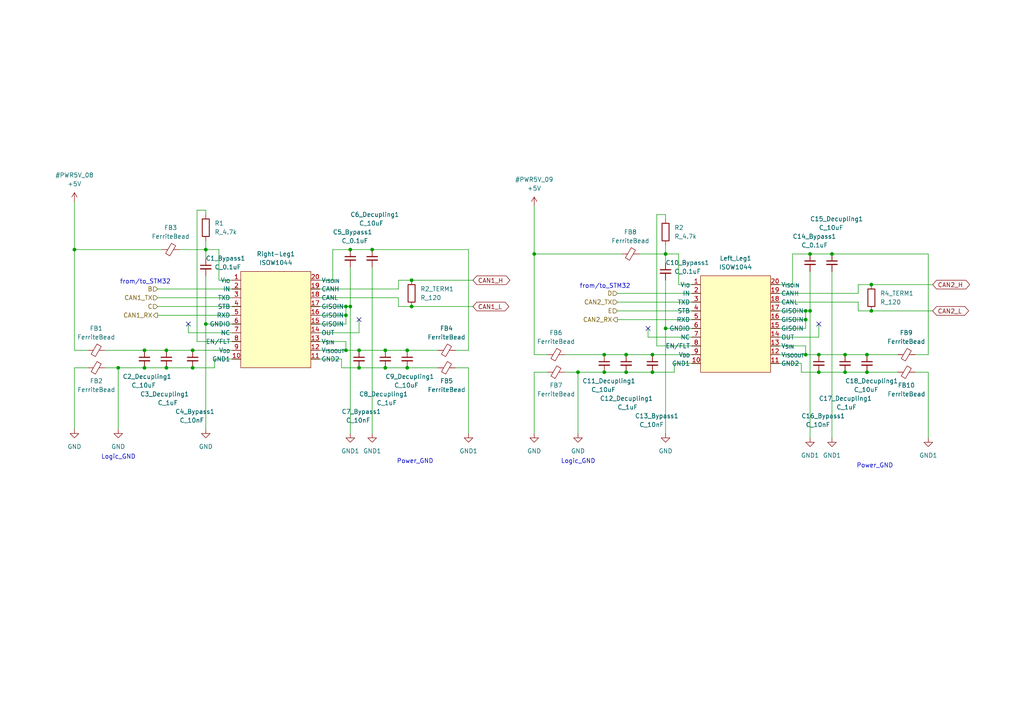
<source format=kicad_sch>
(kicad_sch (version 20211123) (generator eeschema)
  (paper "A4")
  (lib_symbols
    (symbol "Device:C_Small" (pin_numbers hide) (pin_names (offset 0.254) hide)
      (property "Reference" "C" (at 0.254 1.778 0))
      (property "Value" "C_Small" (at 0.254 -2.032 0))
      (symbol "C_Small_0_1"
        (polyline (pts (xy -1.524 -0.508) (xy 1.524 -0.508)) (stroke (width 0.3302)))
        (polyline (pts (xy -1.524 0.508) (xy 1.524 0.508)) (stroke (width 0.3048)))
      )
      (symbol "C_Small_1_1"
        (pin passive line (at 0 2.54 270) (length 2.032) (name "~") (number "1"))
        (pin passive line (at 0 -2.54 90) (length 2.032) (name "~") (number "2"))
      )
    )
    (symbol "Device:FerriteBead_Small" (pin_numbers hide) (pin_names (offset 0))
      (property "Reference" "FB" (at 1.905 1.27 0))
      (property "Value" "FerriteBead_Small" (at 1.905 -1.27 0))
      (symbol "FerriteBead_Small_0_1"
        (polyline (pts (xy 0 -1.27) (xy 0 -0.7874)))
        (polyline (pts (xy 0 0.889) (xy 0 1.2954)))
        (polyline (pts (xy -1.8288 0.2794) (xy -1.1176 1.4986) (xy 1.8288 -0.2032) (xy 1.1176 -1.4224) (xy -1.8288 0.2794)))
      )
      (symbol "FerriteBead_Small_1_1"
        (pin passive line (at 0 2.54 270) (length 1.27) (name "~") (number "1"))
        (pin passive line (at 0 -2.54 90) (length 1.27) (name "~") (number "2"))
      )
    )
    (symbol "Device:R" (pin_numbers hide) (pin_names (offset 0))
      (property "Reference" "R" (at 2.032 0 90))
      (property "Value" "R" (at 0 0 90))
      (symbol "R_0_1"
        (rectangle (start -1.016 -2.54) (end 1.016 2.54) (stroke (width 0.254)))
      )
      (symbol "R_1_1"
        (pin passive line (at 0 3.81 270) (length 1.27) (name "~") (number "1"))
        (pin passive line (at 0 -3.81 90) (length 1.27) (name "~") (number "2"))
      )
    )
    (symbol "ISOW1044_1"
      (property "Reference" "Right-Leg" (at 0 7.62 0))
      (property "Value" "ISOW1044" (at 0 5.08 0))
      (symbol "ISOW1044_1_0_1"
        (rectangle (start -10.16 2.54) (end 10.16 -25.4) (fill (type background)))
        (rectangle (start 2.54 2.54) (end 2.54 2.54))
      )
      (symbol "ISOW1044_1_1_1"
        (pin power_in line (at -10.16 0 180) (length 2.54) (name "V_{IO}") (number "1"))
        (pin power_in line (at -10.16 -22.86 180) (length 2.54) (name "GND1") (number "10"))
        (pin power_in line (at 10.16 -22.86 0) (length 2.54) (name "GND2") (number "11"))
        (pin power_out line (at 10.16 -20.32 0) (length 2.54) (name "V_{ISOOUT}") (number "12"))
        (pin input line (at 10.16 -17.78 0) (length 2.54) (name "V_{SIN}") (number "13"))
        (pin output line (at 10.16 -15.24 0) (length 2.54) (name "OUT") (number "14"))
        (pin unspecified line (at 10.16 -12.7 0) (length 2.54) (name "GISOIN") (number "15"))
        (pin unspecified line (at 10.16 -10.16 0) (length 2.54) (name "GISOIN") (number "16"))
        (pin unspecified line (at 10.16 -7.62 0) (length 2.54) (name "GISOIN") (number "17"))
        (pin bidirectional line (at 10.16 -5.08 0) (length 2.54) (name "CANL") (number "18"))
        (pin bidirectional line (at 10.16 -2.54 0) (length 2.54) (name "CANH") (number "19"))
        (pin input line (at -10.16 -2.54 180) (length 2.54) (name "IN") (number "2"))
        (pin bidirectional line (at 10.16 0 0) (length 2.54) (name "V_{ISOIN}") (number "20"))
        (pin input line (at -10.16 -5.08 180) (length 2.54) (name "TXD") (number "3"))
        (pin input line (at -10.16 -7.62 180) (length 2.54) (name "STB") (number "4"))
        (pin output line (at -10.16 -10.16 180) (length 2.54) (name "RXD") (number "5"))
        (pin power_in line (at -10.16 -12.7 180) (length 2.54) (name "GNDIO") (number "6"))
        (pin free line (at -10.16 -15.24 180) (length 2.54) (name "NC") (number "7"))
        (pin bidirectional line (at -10.16 -17.78 180) (length 2.54) (name "EN/FLT") (number "8"))
        (pin power_in line (at -10.16 -20.32 180) (length 2.54) (name "V_{DD}") (number "9"))
      )
    )
    (symbol "power:+5V" (power) (pin_names (offset 0))
      (property "Value" "+5V" (at 0 3.556 0))
      (symbol "+5V_0_1"
        (polyline (pts (xy -0.762 1.27) (xy 0 2.54)))
        (polyline (pts (xy 0 0) (xy 0 2.54)))
        (polyline (pts (xy 0 2.54) (xy 0.762 1.27)))
      )
      (symbol "+5V_1_1"
        (pin power_in line (at 0 0 90) (length 0) hide (name "+5V") (number "1"))
      )
    )
    (symbol "power:GND" (power) (pin_names (offset 0))
      (property "Value" "GND" (at 0 -3.81 0))
      (symbol "GND_0_1"
        (polyline (pts (xy 0 0) (xy 0 -1.27) (xy 1.27 -1.27) (xy 0 -2.54) (xy -1.27 -1.27) (xy 0 -1.27)))
      )
      (symbol "GND_1_1"
        (pin power_in line (at 0 0 270) (length 0) hide (name "GND") (number "1"))
      )
    )
    (symbol "power:GND1" (power) (pin_names (offset 0))
      (property "Value" "GND1" (at 0 -3.81 0))
      (symbol "GND1_0_1"
        (polyline (pts (xy 0 0) (xy 0 -1.27) (xy 1.27 -1.27) (xy 0 -2.54) (xy -1.27 -1.27) (xy 0 -1.27)))
      )
      (symbol "GND1_1_1"
        (pin power_in line (at 0 0 270) (length 0) hide (name "GND1") (number "1"))
      )
    )
  )
  (junction (at 189.23 102.87))
  (junction (at 100.33 101.6))
  (junction (at 167.64 107.95))
  (junction (at 100.33 91.44))
  (junction (at 21.59 72.39))
  (junction (at 107.95 72.39))
  (junction (at 245.11 107.95))
  (junction (at 251.46 107.95))
  (junction (at 119.38 88.9))
  (junction (at 252.73 90.17))
  (junction (at 234.95 90.17))
  (junction (at 111.76 101.6))
  (junction (at 233.68 92.71))
  (junction (at 41.91 101.6))
  (junction (at 251.46 102.87))
  (junction (at 55.88 101.6))
  (junction (at 118.11 101.6))
  (junction (at 48.26 101.6))
  (junction (at 48.26 106.68))
  (junction (at 154.94 73.66))
  (junction (at 181.61 102.87))
  (junction (at 234.95 73.66))
  (junction (at 245.11 102.87))
  (junction (at 101.6 88.9))
  (junction (at 104.14 101.6))
  (junction (at 59.69 93.98))
  (junction (at 241.3 73.66))
  (junction (at 233.68 90.17))
  (junction (at 119.38 81.28))
  (junction (at 104.14 106.68))
  (junction (at 233.68 102.87))
  (junction (at 175.26 102.87))
  (junction (at 193.04 73.66))
  (junction (at 118.11 106.68))
  (junction (at 193.04 95.25))
  (junction (at 189.23 107.95))
  (junction (at 252.73 82.55))
  (junction (at 100.33 88.9))
  (junction (at 55.88 106.68))
  (junction (at 237.49 107.95))
  (junction (at 101.6 72.39))
  (junction (at 111.76 106.68))
  (junction (at 237.49 102.87))
  (junction (at 175.26 107.95))
  (junction (at 181.61 107.95))
  (junction (at 59.69 72.39))
  (junction (at 41.91 106.68))
  (junction (at 34.29 106.68))
  (no_connect (at 104.14 92.71))
  (no_connect (at 237.49 93.98))
  (no_connect (at 54.61 93.98))
  (no_connect (at 187.96 95.25))
  (wire (pts (xy 229.87 82.55) (xy 229.87 73.66)))
  (wire (pts (xy 223.52 85.09) (xy 248.92 85.09)))
  (wire (pts (xy 52.07 72.39) (xy 59.69 72.39)))
  (wire (pts (xy 104.14 92.71) (xy 104.14 96.52)))
  (wire (pts (xy 252.73 82.55) (xy 270.51 82.55)))
  (wire (pts (xy 101.6 72.39) (xy 107.95 72.39)))
  (wire (pts (xy 181.61 102.87) (xy 189.23 102.87)))
  (wire (pts (xy 193.04 73.66) (xy 193.04 76.2)))
  (wire (pts (xy 269.24 102.87) (xy 269.24 73.66)))
  (wire (pts (xy 119.38 88.9) (xy 115.57 88.9)))
  (wire (pts (xy 241.3 78.74) (xy 241.3 127)))
  (wire (pts (xy 175.26 107.95) (xy 181.61 107.95)))
  (wire (pts (xy 223.52 97.79) (xy 237.49 97.79)))
  (wire (pts (xy 158.75 107.95) (xy 154.94 107.95)))
  (wire (pts (xy 59.69 60.96) (xy 59.69 62.23)))
  (wire (pts (xy 25.4 101.6) (xy 21.59 101.6)))
  (wire (pts (xy 59.69 72.39) (xy 59.69 74.93)))
  (wire (pts (xy 107.95 77.47) (xy 107.95 125.73)))
  (wire (pts (xy 54.61 93.98) (xy 54.61 96.52)))
  (wire (pts (xy 181.61 107.95) (xy 189.23 107.95)))
  (wire (pts (xy 99.06 106.68) (xy 104.14 106.68)))
  (wire (pts (xy 185.42 73.66) (xy 193.04 73.66)))
  (wire (pts (xy 232.41 105.41) (xy 232.41 107.95)))
  (wire (pts (xy 111.76 106.68) (xy 118.11 106.68)))
  (wire (pts (xy 90.17 96.52) (xy 104.14 96.52)))
  (wire (pts (xy 233.68 102.87) (xy 237.49 102.87)))
  (wire (pts (xy 269.24 107.95) (xy 269.24 127)))
  (wire (pts (xy 63.5 72.39) (xy 63.5 81.28)))
  (wire (pts (xy 59.69 80.01) (xy 59.69 93.98)))
  (wire (pts (xy 193.04 71.12) (xy 193.04 73.66)))
  (wire (pts (xy 234.95 90.17) (xy 234.95 127)))
  (wire (pts (xy 90.17 91.44) (xy 100.33 91.44)))
  (wire (pts (xy 175.26 102.87) (xy 181.61 102.87)))
  (wire (pts (xy 193.04 62.23) (xy 193.04 63.5)))
  (wire (pts (xy 57.15 60.96) (xy 59.69 60.96)))
  (wire (pts (xy 41.91 106.68) (xy 48.26 106.68)))
  (wire (pts (xy 115.57 88.9) (xy 115.57 86.36)))
  (wire (pts (xy 237.49 102.87) (xy 245.11 102.87)))
  (wire (pts (xy 190.5 100.33) (xy 190.5 62.23)))
  (wire (pts (xy 118.11 106.68) (xy 127 106.68)))
  (wire (pts (xy 25.4 106.68) (xy 21.59 106.68)))
  (wire (pts (xy 203.2 100.33) (xy 190.5 100.33)))
  (wire (pts (xy 63.5 81.28) (xy 69.85 81.28)))
  (wire (pts (xy 59.69 93.98) (xy 59.69 124.46)))
  (wire (pts (xy 59.69 69.85) (xy 59.69 72.39)))
  (wire (pts (xy 69.85 99.06) (xy 57.15 99.06)))
  (wire (pts (xy 45.72 83.82) (xy 69.85 83.82)))
  (wire (pts (xy 223.52 100.33) (xy 233.68 100.33)))
  (wire (pts (xy 135.89 72.39) (xy 107.95 72.39)))
  (wire (pts (xy 135.89 101.6) (xy 135.89 72.39)))
  (wire (pts (xy 179.07 85.09) (xy 203.2 85.09)))
  (wire (pts (xy 48.26 101.6) (xy 55.88 101.6)))
  (wire (pts (xy 118.11 101.6) (xy 127 101.6)))
  (wire (pts (xy 57.15 99.06) (xy 57.15 60.96)))
  (wire (pts (xy 203.2 102.87) (xy 189.23 102.87)))
  (wire (pts (xy 100.33 93.98) (xy 100.33 91.44)))
  (wire (pts (xy 179.07 92.71) (xy 203.2 92.71)))
  (wire (pts (xy 234.95 73.66) (xy 241.3 73.66)))
  (wire (pts (xy 234.95 78.74) (xy 234.95 90.17)))
  (wire (pts (xy 252.73 90.17) (xy 270.51 90.17)))
  (wire (pts (xy 90.17 88.9) (xy 100.33 88.9)))
  (wire (pts (xy 154.94 107.95) (xy 154.94 125.73)))
  (wire (pts (xy 265.43 102.87) (xy 269.24 102.87)))
  (wire (pts (xy 90.17 81.28) (xy 96.52 81.28)))
  (wire (pts (xy 223.52 92.71) (xy 233.68 92.71)))
  (wire (pts (xy 21.59 58.42) (xy 21.59 72.39)))
  (wire (pts (xy 21.59 72.39) (xy 46.99 72.39)))
  (wire (pts (xy 196.85 82.55) (xy 203.2 82.55)))
  (wire (pts (xy 45.72 91.44) (xy 69.85 91.44)))
  (wire (pts (xy 163.83 102.87) (xy 175.26 102.87)))
  (wire (pts (xy 248.92 90.17) (xy 248.92 87.63)))
  (wire (pts (xy 187.96 95.25) (xy 187.96 97.79)))
  (wire (pts (xy 223.52 105.41) (xy 232.41 105.41)))
  (wire (pts (xy 21.59 72.39) (xy 21.59 101.6)))
  (wire (pts (xy 196.85 73.66) (xy 196.85 82.55)))
  (wire (pts (xy 245.11 107.95) (xy 251.46 107.95)))
  (wire (pts (xy 62.23 104.14) (xy 62.23 106.68)))
  (wire (pts (xy 223.52 90.17) (xy 233.68 90.17)))
  (wire (pts (xy 223.52 102.87) (xy 233.68 102.87)))
  (wire (pts (xy 100.33 91.44) (xy 100.33 88.9)))
  (wire (pts (xy 179.07 87.63) (xy 203.2 87.63)))
  (wire (pts (xy 96.52 81.28) (xy 96.52 72.39)))
  (wire (pts (xy 269.24 73.66) (xy 241.3 73.66)))
  (wire (pts (xy 233.68 95.25) (xy 233.68 92.71)))
  (wire (pts (xy 248.92 85.09) (xy 248.92 82.55)))
  (wire (pts (xy 193.04 95.25) (xy 193.04 125.73)))
  (wire (pts (xy 245.11 102.87) (xy 251.46 102.87)))
  (wire (pts (xy 119.38 88.9) (xy 137.16 88.9)))
  (wire (pts (xy 21.59 106.68) (xy 21.59 124.46)))
  (wire (pts (xy 252.73 90.17) (xy 248.92 90.17)))
  (wire (pts (xy 59.69 72.39) (xy 63.5 72.39)))
  (wire (pts (xy 34.29 106.68) (xy 34.29 124.46)))
  (wire (pts (xy 100.33 88.9) (xy 101.6 88.9)))
  (wire (pts (xy 99.06 104.14) (xy 99.06 106.68)))
  (wire (pts (xy 69.85 101.6) (xy 55.88 101.6)))
  (wire (pts (xy 195.58 107.95) (xy 189.23 107.95)))
  (wire (pts (xy 34.29 106.68) (xy 41.91 106.68)))
  (wire (pts (xy 111.76 101.6) (xy 118.11 101.6)))
  (wire (pts (xy 69.85 104.14) (xy 62.23 104.14)))
  (wire (pts (xy 203.2 105.41) (xy 195.58 105.41)))
  (wire (pts (xy 203.2 97.79) (xy 187.96 97.79)))
  (wire (pts (xy 195.58 105.41) (xy 195.58 107.95)))
  (wire (pts (xy 154.94 73.66) (xy 154.94 102.87)))
  (wire (pts (xy 179.07 90.17) (xy 203.2 90.17)))
  (wire (pts (xy 158.75 102.87) (xy 154.94 102.87)))
  (wire (pts (xy 101.6 77.47) (xy 101.6 88.9)))
  (wire (pts (xy 223.52 82.55) (xy 229.87 82.55)))
  (wire (pts (xy 232.41 107.95) (xy 237.49 107.95)))
  (wire (pts (xy 135.89 106.68) (xy 135.89 125.73)))
  (wire (pts (xy 193.04 95.25) (xy 203.2 95.25)))
  (wire (pts (xy 30.48 101.6) (xy 41.91 101.6)))
  (wire (pts (xy 233.68 92.71) (xy 233.68 90.17)))
  (wire (pts (xy 62.23 106.68) (xy 55.88 106.68)))
  (wire (pts (xy 190.5 62.23) (xy 193.04 62.23)))
  (wire (pts (xy 251.46 107.95) (xy 260.35 107.95)))
  (wire (pts (xy 167.64 107.95) (xy 175.26 107.95)))
  (wire (pts (xy 193.04 73.66) (xy 196.85 73.66)))
  (wire (pts (xy 154.94 59.69) (xy 154.94 73.66)))
  (wire (pts (xy 59.69 93.98) (xy 69.85 93.98)))
  (wire (pts (xy 90.17 101.6) (xy 100.33 101.6)))
  (wire (pts (xy 41.91 101.6) (xy 48.26 101.6)))
  (wire (pts (xy 90.17 93.98) (xy 100.33 93.98)))
  (wire (pts (xy 233.68 90.17) (xy 234.95 90.17)))
  (wire (pts (xy 90.17 99.06) (xy 100.33 99.06)))
  (wire (pts (xy 135.89 106.68) (xy 132.08 106.68)))
  (wire (pts (xy 30.48 106.68) (xy 34.29 106.68)))
  (wire (pts (xy 90.17 83.82) (xy 115.57 83.82)))
  (wire (pts (xy 100.33 99.06) (xy 100.33 101.6)))
  (wire (pts (xy 69.85 96.52) (xy 54.61 96.52)))
  (wire (pts (xy 237.49 93.98) (xy 237.49 97.79)))
  (wire (pts (xy 45.72 86.36) (xy 69.85 86.36)))
  (wire (pts (xy 90.17 104.14) (xy 99.06 104.14)))
  (wire (pts (xy 251.46 102.87) (xy 260.35 102.87)))
  (wire (pts (xy 90.17 86.36) (xy 115.57 86.36)))
  (wire (pts (xy 101.6 88.9) (xy 101.6 125.73)))
  (wire (pts (xy 154.94 73.66) (xy 180.34 73.66)))
  (wire (pts (xy 115.57 81.28) (xy 119.38 81.28)))
  (wire (pts (xy 233.68 100.33) (xy 233.68 102.87)))
  (wire (pts (xy 100.33 101.6) (xy 104.14 101.6)))
  (wire (pts (xy 229.87 73.66) (xy 234.95 73.66)))
  (wire (pts (xy 237.49 107.95) (xy 245.11 107.95)))
  (wire (pts (xy 132.08 101.6) (xy 135.89 101.6)))
  (wire (pts (xy 163.83 107.95) (xy 167.64 107.95)))
  (wire (pts (xy 193.04 81.28) (xy 193.04 95.25)))
  (wire (pts (xy 115.57 83.82) (xy 115.57 81.28)))
  (wire (pts (xy 45.72 88.9) (xy 69.85 88.9)))
  (wire (pts (xy 48.26 106.68) (xy 55.88 106.68)))
  (wire (pts (xy 104.14 106.68) (xy 111.76 106.68)))
  (wire (pts (xy 269.24 107.95) (xy 265.43 107.95)))
  (wire (pts (xy 223.52 87.63) (xy 248.92 87.63)))
  (wire (pts (xy 223.52 95.25) (xy 233.68 95.25)))
  (wire (pts (xy 96.52 72.39) (xy 101.6 72.39)))
  (wire (pts (xy 104.14 101.6) (xy 111.76 101.6)))
  (wire (pts (xy 248.92 82.55) (xy 252.73 82.55)))
  (wire (pts (xy 119.38 81.28) (xy 137.16 81.28)))
  (wire (pts (xy 167.64 107.95) (xy 167.64 125.73)))
  (text "from/to_STM32" (at 182.88 83.82 180) (effects (font (size 1.27 1.27)) (justify right bottom)))
  (text "Logic_GND" (at 172.72 134.62 180) (effects (font (size 1.27 1.27)) (justify right bottom)))
  (text "from/to_STM32" (at 49.53 82.55 180) (effects (font (size 1.27 1.27)) (justify right bottom)))
  (text "Logic_GND" (at 39.37 133.35 180) (effects (font (size 1.27 1.27)) (justify right bottom)))
  (text "Power_GND" (at 125.73 134.62 180) (effects (font (size 1.27 1.27)) (justify right bottom)))
  (text "Power_GND" (at 259.08 135.89 180) (effects (font (size 1.27 1.27)) (justify right bottom)))
  (global_label "CAN1_H" (shape bidirectional) (at 137.16 81.28 0) (property "Intersheet References" "${INTERSHEET_REFS}" (effects hide)))
  (global_label "CAN2_H" (shape bidirectional) (at 270.51 82.55 0) (property "Intersheet References" "${INTERSHEET_REFS}" (effects hide)))
  (global_label "CAN1_L" (shape bidirectional) (at 137.16 88.9 0) (property "Intersheet References" "${INTERSHEET_REFS}" (effects hide)))
  (global_label "CAN2_L" (shape bidirectional) (at 270.51 90.17 0) (property "Intersheet References" "${INTERSHEET_REFS}" (effects hide)))
  (hierarchical_label "CAN2_TX" (shape input) (at 179.07 87.63 180))
  (hierarchical_label "D" (shape input) (at 179.07 85.09 180))
  (hierarchical_label "CAN2_RX" (shape output) (at 179.07 92.71 180))
  (hierarchical_label "B" (shape input) (at 45.72 83.82 180))
  (hierarchical_label "CAN1_RX" (shape output) (at 45.72 91.44 180))
  (hierarchical_label "E" (shape input) (at 179.07 90.17 180))
  (hierarchical_label "C" (shape input) (at 45.72 88.9 180))
  (hierarchical_label "CAN1_TX" (shape input) (at 45.72 86.36 180))
  (symbol (lib_id "power:GND") (at 193.04 125.73 0) (unit 1)
    (property "Reference" "#PWR020" (effects hide))
    (property "Value" "GND" (at 193.04 130.81 0))
  )
  (symbol (lib_id "Device:C_Small") (at 245.11 105.41 0) (unit 1)
    (property "Reference" "C17_Decupling1" (at 237.49 115.57 0) (effects (justify left)))
    (property "Value" "C_1uF" (at 242.57 118.11 0) (effects (justify left)))
    (property "Footprint" "CAN_Pheripheral:GRM188B31H105KAAL" (effects hide))
  )
  (symbol (lib_id "Device:C_Small") (at 237.49 105.41 0) (unit 1)
    (property "Reference" "C16_Bypass1" (at 232.41 120.65 0) (effects (justify left)))
    (property "Value" "C_10nF" (at 233.68 123.19 0) (effects (justify left)))
    (property "Footprint" "CAN_Pheripheral:GRM188B11H103KA01" (effects hide))
  )
  (symbol (lib_id "Device:C_Small") (at 59.69 77.47 0) (unit 1)
    (property "Reference" "C1_Bypass1" (at 59.69 74.93 0) (effects (justify left)))
    (property "Value" "C_0.1uF" (at 62.23 77.47 0) (effects (justify left)))
    (property "Footprint" "CAN_Pheripheral:GRM188F11H104ZA01" (effects hide))
  )
  (symbol (lib_id "Device:R") (at 193.04 67.31 0) (unit 1)
    (property "Reference" "R2" (at 195.58 66.0399 0) (effects (justify left)))
    (property "Value" "R_4.7k" (at 195.58 68.5799 0) (effects (justify left)))
    (property "Footprint" "CAN_Pheripheral:RK73B2ATTD472J" (effects hide))
  )
  (symbol (lib_id "power:GND") (at 154.94 125.73 0) (unit 1)
    (property "Reference" "#PWR018" (effects hide))
    (property "Value" "GND" (at 154.94 130.81 0))
  )
  (symbol (lib_id "power:GND") (at 59.69 124.46 0) (unit 1)
    (property "Reference" "#PWR014" (effects hide))
    (property "Value" "GND" (at 59.69 129.54 0))
  )
  (symbol (lib_id "Device:C_Small") (at 101.6 74.93 0) (unit 1)
    (property "Reference" "C5_Bypass1" (at 96.52 67.31 0) (effects (justify left)))
    (property "Value" "C_0.1uF" (at 99.06 69.85 0) (effects (justify left)))
    (property "Footprint" "CAN_Pheripheral:GRM188F11H104ZA01" (effects hide))
  )
  (symbol (lib_id "power:+5V") (at 154.94 59.69 0) (unit 1)
    (property "Reference" "#PWR5V_09" (at 154.94 52.07 0))
    (property "Value" "+5V" (at 154.94 54.61 0))
  )
  (symbol (lib_id "Device:C_Small") (at 189.23 105.41 0) (unit 1)
    (property "Reference" "C13_Bypass1" (at 184.15 120.65 0) (effects (justify left)))
    (property "Value" "C_10nF" (at 185.42 123.19 0) (effects (justify left)))
    (property "Footprint" "CAN_Pheripheral:GRM188B11H103KA01" (effects hide))
  )
  (symbol (lib_id "power:GND1") (at 135.89 125.73 0) (unit 1)
    (property "Reference" "#PWR017" (effects hide))
    (property "Value" "GND1" (at 135.89 130.81 0))
  )
  (symbol (lib_id "Device:C_Small") (at 193.04 78.74 0) (unit 1)
    (property "Reference" "C10_Bypass1" (at 193.04 76.2 0) (effects (justify left)))
    (property "Value" "C_0.1uF" (at 195.58 78.74 0) (effects (justify left)))
    (property "Footprint" "CAN_Pheripheral:GRM188F11H104ZA01" (effects hide))
  )
  (symbol (lib_id "Device:FerriteBead_Small") (at 129.54 106.68 90) (unit 1)
    (property "Reference" "FB5" (at 129.54 110.49 90))
    (property "Value" "FerriteBead" (at 129.54 113.03 90))
    (property "Footprint" "CAN_Pheripheral:BLM21PG331SN" (effects hide))
  )
  (symbol (lib_name "ISOW1044_1") (lib_id "CAN_Transceiver:ISOW1044") (at 213.36 82.55 0) (unit 1)
    (property "Reference" "Left_Leg1" (at 213.36 74.93 0))
    (property "Value" "ISOW1044" (at 213.36 77.47 0))
    (property "Footprint" "CAN_Transceiver:ISOW1044BDFMR" (effects hide))
  )
  (symbol (lib_id "Device:FerriteBead_Small") (at 27.94 106.68 90) (unit 1)
    (property "Reference" "FB2" (at 27.94 110.49 90))
    (property "Value" "FerriteBead" (at 27.94 113.03 90))
    (property "Footprint" "CAN_Pheripheral:BLM21PG331SN" (effects hide))
  )
  (symbol (lib_id "power:GND1") (at 101.6 125.73 0) (unit 1)
    (property "Reference" "#PWR015" (effects hide))
    (property "Value" "GND1" (at 101.6 130.81 0))
  )
  (symbol (lib_id "power:GND") (at 21.59 124.46 0) (unit 1)
    (property "Reference" "#PWR012" (effects hide))
    (property "Value" "GND" (at 21.59 129.54 0))
  )
  (symbol (lib_id "Device:FerriteBead_Small") (at 161.29 102.87 90) (unit 1)
    (property "Reference" "FB6" (at 161.2519 96.52 90))
    (property "Value" "FerriteBead" (at 161.2519 99.06 90))
    (property "Footprint" "CAN_Pheripheral:BLM21PG331SN" (effects hide))
  )
  (symbol (lib_id "Device:C_Small") (at 181.61 105.41 0) (unit 1)
    (property "Reference" "C12_Decupling1" (at 173.99 115.57 0) (effects (justify left)))
    (property "Value" "C_1uF" (at 179.07 118.11 0) (effects (justify left)))
    (property "Footprint" "CAN_Pheripheral:GRM188B31H105KAAL" (effects hide))
  )
  (symbol (lib_id "Device:R") (at 119.38 85.09 0) (unit 1)
    (property "Reference" "R2_TERM1" (at 121.92 83.8199 0) (effects (justify left)))
    (property "Value" "R_120" (at 121.92 86.3599 0) (effects (justify left)))
    (property "Footprint" "CAN_Pheripheral:RK73B2ATTD121J" (effects hide))
  )
  (symbol (lib_id "Device:R") (at 252.73 86.36 0) (unit 1)
    (property "Reference" "R4_TERM1" (at 255.27 85.0899 0) (effects (justify left)))
    (property "Value" "R_120" (at 255.27 87.6299 0) (effects (justify left)))
    (property "Footprint" "CAN_Pheripheral:RK73B2ATTD121J" (effects hide))
  )
  (symbol (lib_id "Device:FerriteBead_Small") (at 262.89 107.95 90) (unit 1)
    (property "Reference" "FB10" (at 262.89 111.76 90))
    (property "Value" "FerriteBead" (at 262.89 114.3 90))
    (property "Footprint" "CAN_Pheripheral:BLM21PG331SN" (effects hide))
  )
  (symbol (lib_id "Device:FerriteBead_Small") (at 27.94 101.6 90) (unit 1)
    (property "Reference" "FB1" (at 27.9019 95.25 90))
    (property "Value" "FerriteBead" (at 27.9019 97.79 90))
    (property "Footprint" "CAN_Pheripheral:BLM21PG331SN" (effects hide))
  )
  (symbol (lib_id "Device:C_Small") (at 107.95 74.93 0) (unit 1)
    (property "Reference" "C6_Decupling1" (at 101.6 62.23 0) (effects (justify left)))
    (property "Value" "C_10uF" (at 104.14 64.77 0) (effects (justify left)))
    (property "Footprint" "CAN_Pheripheral:GRM188R6YA106MA73" (effects hide))
  )
  (symbol (lib_id "power:GND1") (at 107.95 125.73 0) (unit 1)
    (property "Reference" "#PWR016" (effects hide))
    (property "Value" "GND1" (at 107.95 130.81 0))
  )
  (symbol (lib_id "Device:C_Small") (at 251.46 105.41 0) (unit 1)
    (property "Reference" "C18_Decupling1" (at 245.11 110.49 0) (effects (justify left)))
    (property "Value" "C_10uF" (at 247.65 113.03 0) (effects (justify left)))
    (property "Footprint" "CAN_Pheripheral:GRM188R6YA106MA73" (effects hide))
  )
  (symbol (lib_id "Device:C_Small") (at 48.26 104.14 0) (unit 1)
    (property "Reference" "C3_Decupling1" (at 40.64 114.3 0) (effects (justify left)))
    (property "Value" "C_1uF" (at 45.72 116.84 0) (effects (justify left)))
    (property "Footprint" "CAN_Pheripheral:GRM188B31H105KAAL" (effects hide))
  )
  (symbol (lib_id "Device:C_Small") (at 104.14 104.14 0) (unit 1)
    (property "Reference" "C7_Bypass1" (at 99.06 119.38 0) (effects (justify left)))
    (property "Value" "C_10nF" (at 100.33 121.92 0) (effects (justify left)))
    (property "Footprint" "CAN_Pheripheral:GRM188B11H103KA01" (effects hide))
  )
  (symbol (lib_id "power:GND1") (at 241.3 127 0) (unit 1)
    (property "Reference" "#PWR022" (effects hide))
    (property "Value" "GND1" (at 241.3 132.08 0))
  )
  (symbol (lib_id "Device:FerriteBead_Small") (at 262.89 102.87 90) (unit 1)
    (property "Reference" "FB9" (at 262.8519 96.52 90))
    (property "Value" "FerriteBead" (at 262.8519 99.06 90))
    (property "Footprint" "CAN_Pheripheral:BLM21PG331SN" (effects hide))
  )
  (symbol (lib_id "Device:C_Small") (at 111.76 104.14 0) (unit 1)
    (property "Reference" "C8_Decupling1" (at 104.14 114.3 0) (effects (justify left)))
    (property "Value" "C_1uF" (at 109.22 116.84 0) (effects (justify left)))
    (property "Footprint" "CAN_Pheripheral:GRM188B31H105KAAL" (effects hide))
  )
  (symbol (lib_id "power:GND") (at 34.29 124.46 0) (unit 1)
    (property "Reference" "#PWR013" (effects hide))
    (property "Value" "GND" (at 34.29 129.54 0))
  )
  (symbol (lib_id "Device:C_Small") (at 55.88 104.14 0) (unit 1)
    (property "Reference" "C4_Bypass1" (at 50.8 119.38 0) (effects (justify left)))
    (property "Value" "C_10nF" (at 52.07 121.92 0) (effects (justify left)))
    (property "Footprint" "CAN_Pheripheral:GRM188B11H103KA01" (effects hide))
  )
  (symbol (lib_id "power:GND1") (at 269.24 127 0) (unit 1)
    (property "Reference" "#PWR023" (effects hide))
    (property "Value" "GND1" (at 269.24 132.08 0))
  )
  (symbol (lib_id "Device:C_Small") (at 41.91 104.14 0) (unit 1)
    (property "Reference" "C2_Decupling1" (at 35.56 109.22 0) (effects (justify left)))
    (property "Value" "C_10uF" (at 38.1 111.76 0) (effects (justify left)))
    (property "Footprint" "CAN_Pheripheral:GRM188R6YA106MA73" (effects hide))
  )
  (symbol (lib_id "Device:R") (at 59.69 66.04 0) (unit 1)
    (property "Reference" "R1" (at 62.23 64.7699 0) (effects (justify left)))
    (property "Value" "R_4.7k" (at 62.23 67.3099 0) (effects (justify left)))
    (property "Footprint" "CAN_Pheripheral:RK73B2ATTD472J" (effects hide))
  )
  (symbol (lib_id "Device:FerriteBead_Small") (at 182.88 73.66 90) (unit 1)
    (property "Reference" "FB8" (at 182.8419 67.31 90))
    (property "Value" "FerriteBead" (at 182.8419 69.85 90))
    (property "Footprint" "CAN_Pheripheral:BLM21PG331SN" (effects hide))
  )
  (symbol (lib_id "Device:C_Small") (at 175.26 105.41 0) (unit 1)
    (property "Reference" "C11_Decupling1" (at 168.91 110.49 0) (effects (justify left)))
    (property "Value" "C_10uF" (at 171.45 113.03 0) (effects (justify left)))
    (property "Footprint" "CAN_Pheripheral:GRM188R6YA106MA73" (effects hide))
  )
  (symbol (lib_id "Device:C_Small") (at 234.95 76.2 0) (unit 1)
    (property "Reference" "C14_Bypass1" (at 229.87 68.58 0) (effects (justify left)))
    (property "Value" "C_0.1uF" (at 232.41 71.12 0) (effects (justify left)))
    (property "Footprint" "CAN_Pheripheral:GRM188F11H104ZA01" (effects hide))
  )
  (symbol (lib_id "Device:FerriteBead_Small") (at 129.54 101.6 90) (unit 1)
    (property "Reference" "FB4" (at 129.5019 95.25 90))
    (property "Value" "FerriteBead" (at 129.5019 97.79 90))
    (property "Footprint" "CAN_Pheripheral:BLM21PG331SN" (effects hide))
  )
  (symbol (lib_id "power:+5V") (at 21.59 58.42 0) (unit 1)
    (property "Reference" "#PWR5V_08" (at 21.59 50.8 0))
    (property "Value" "+5V" (at 21.59 53.34 0))
  )
  (symbol (lib_name "ISOW1044_1") (lib_id "CAN_Transceiver:ISOW1044") (at 80.01 81.28 0) (unit 1)
    (property "Reference" "Right-Leg1" (at 80.01 73.66 0))
    (property "Value" "ISOW1044" (at 80.01 76.2 0))
    (property "Footprint" "CAN_Transceiver:ISOW1044BDFMR" (effects hide))
  )
  (symbol (lib_id "Device:C_Small") (at 118.11 104.14 0) (unit 1)
    (property "Reference" "C9_Decupling1" (at 111.76 109.22 0) (effects (justify left)))
    (property "Value" "C_10uF" (at 114.3 111.76 0) (effects (justify left)))
    (property "Footprint" "CAN_Pheripheral:GRM188R6YA106MA73" (effects hide))
  )
  (symbol (lib_id "Device:C_Small") (at 241.3 76.2 0) (unit 1)
    (property "Reference" "C15_Decupling1" (at 234.95 63.5 0) (effects (justify left)))
    (property "Value" "C_10uF" (at 237.49 66.04 0) (effects (justify left)))
    (property "Footprint" "CAN_Pheripheral:GRM188R6YA106MA73" (effects hide))
  )
  (symbol (lib_id "Device:FerriteBead_Small") (at 49.53 72.39 90) (unit 1)
    (property "Reference" "FB3" (at 49.4919 66.04 90))
    (property "Value" "FerriteBead" (at 49.4919 68.58 90))
    (property "Footprint" "CAN_Pheripheral:BLM21PG331SN" (effects hide))
  )
  (symbol (lib_id "power:GND") (at 167.64 125.73 0) (unit 1)
    (property "Reference" "#PWR019" (effects hide))
    (property "Value" "GND" (at 167.64 130.81 0))
  )
  (symbol (lib_id "Device:FerriteBead_Small") (at 161.29 107.95 90) (unit 1)
    (property "Reference" "FB7" (at 161.29 111.76 90))
    (property "Value" "FerriteBead" (at 161.29 114.3 90))
    (property "Footprint" "CAN_Pheripheral:BLM21PG331SN" (effects hide))
  )
  (symbol (lib_id "power:GND1") (at 234.95 127 0) (unit 1)
    (property "Reference" "#PWR021" (effects hide))
    (property "Value" "GND1" (at 234.95 132.08 0))
  )
)
</source>
